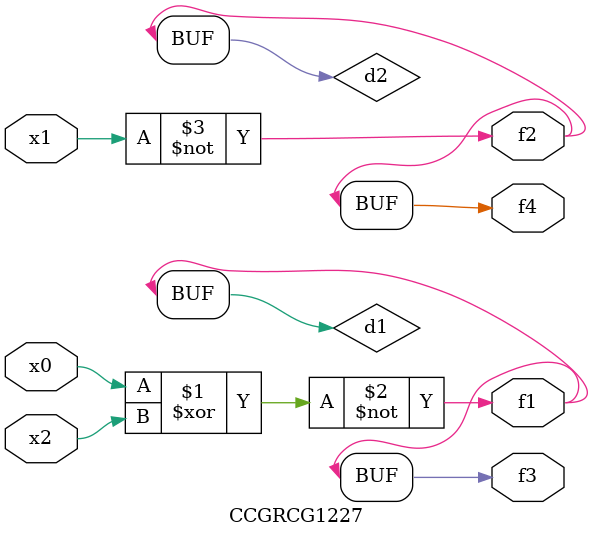
<source format=v>
module CCGRCG1227(
	input x0, x1, x2,
	output f1, f2, f3, f4
);

	wire d1, d2, d3;

	xnor (d1, x0, x2);
	nand (d2, x1);
	nor (d3, x1, x2);
	assign f1 = d1;
	assign f2 = d2;
	assign f3 = d1;
	assign f4 = d2;
endmodule

</source>
